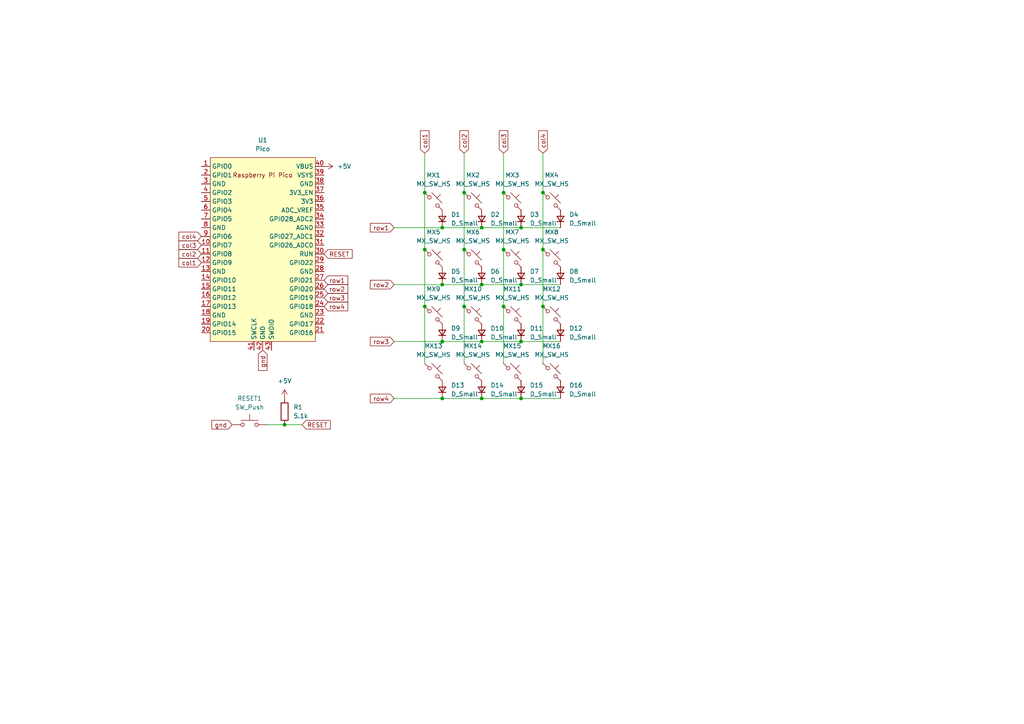
<source format=kicad_sch>
(kicad_sch (version 20231120) (generator "eeschema") (generator_version "8.0")
  (paper "A4")
  (lib_symbols
    (symbol "Device:D_Small" (pin_numbers hide) (pin_names (offset 0.254) hide)
      (property "Reference" "D" (at -1.27 2.032 0))
      (property "Value" "D_Small" (at -3.81 -2.032 0))
      (symbol "D_Small_0_1"
        (polyline (pts (xy -0.762 -1.016) (xy -0.762 1.016)) (stroke (width 0.254)))
        (polyline (pts (xy -0.762 0) (xy 0.762 0)))
        (polyline (pts (xy 0.762 -1.016) (xy -0.762 0) (xy 0.762 1.016) (xy 0.762 -1.016)) (stroke (width 0.254)))
      )
      (symbol "D_Small_1_1"
        (pin passive line (at -2.54 0 0) (length 1.778) (name "K") (number "1"))
        (pin passive line (at 2.54 0 180) (length 1.778) (name "A") (number "2"))
      )
    )
    (symbol "Device:R" (pin_numbers hide) (pin_names (offset 0))
      (property "Reference" "R" (at 2.032 0 90))
      (property "Value" "R" (at 0 0 90))
      (symbol "R_0_1"
        (rectangle (start -1.016 -2.54) (end 1.016 2.54) (stroke (width 0.254)))
      )
      (symbol "R_1_1"
        (pin passive line (at 0 3.81 270) (length 1.27) (name "~") (number "1"))
        (pin passive line (at 0 -3.81 90) (length 1.27) (name "~") (number "2"))
      )
    )
    (symbol "MCU_RaspberryPi_and_Boards:Pico"
      (property "Reference" "U" (at -13.97 27.94 0))
      (property "Value" "Pico" (at 0 19.05 0))
      (symbol "Pico_0_0"
        (text "Raspberry Pi Pico" (at 0 21.59 0) (effects (font (size 1.27 1.27))))
      )
      (symbol "Pico_0_1"
        (rectangle (start -15.24 26.67) (end 15.24 -26.67) (fill (type background)))
      )
      (symbol "Pico_1_1"
        (pin bidirectional line (at -17.78 24.13 0) (length 2.54) (name "GPIO0") (number "1"))
        (pin bidirectional line (at -17.78 1.27 0) (length 2.54) (name "GPIO7") (number "10"))
        (pin bidirectional line (at -17.78 -1.27 0) (length 2.54) (name "GPIO8") (number "11"))
        (pin bidirectional line (at -17.78 -3.81 0) (length 2.54) (name "GPIO9") (number "12"))
        (pin power_in line (at -17.78 -6.35 0) (length 2.54) (name "GND") (number "13"))
        (pin bidirectional line (at -17.78 -8.89 0) (length 2.54) (name "GPIO10") (number "14"))
        (pin bidirectional line (at -17.78 -11.43 0) (length 2.54) (name "GPIO11") (number "15"))
        (pin bidirectional line (at -17.78 -13.97 0) (length 2.54) (name "GPIO12") (number "16"))
        (pin bidirectional line (at -17.78 -16.51 0) (length 2.54) (name "GPIO13") (number "17"))
        (pin power_in line (at -17.78 -19.05 0) (length 2.54) (name "GND") (number "18"))
        (pin bidirectional line (at -17.78 -21.59 0) (length 2.54) (name "GPIO14") (number "19"))
        (pin bidirectional line (at -17.78 21.59 0) (length 2.54) (name "GPIO1") (number "2"))
        (pin bidirectional line (at -17.78 -24.13 0) (length 2.54) (name "GPIO15") (number "20"))
        (pin bidirectional line (at 17.78 -24.13 180) (length 2.54) (name "GPIO16") (number "21"))
        (pin bidirectional line (at 17.78 -21.59 180) (length 2.54) (name "GPIO17") (number "22"))
        (pin power_in line (at 17.78 -19.05 180) (length 2.54) (name "GND") (number "23"))
        (pin bidirectional line (at 17.78 -16.51 180) (length 2.54) (name "GPIO18") (number "24"))
        (pin bidirectional line (at 17.78 -13.97 180) (length 2.54) (name "GPIO19") (number "25"))
        (pin bidirectional line (at 17.78 -11.43 180) (length 2.54) (name "GPIO20") (number "26"))
        (pin bidirectional line (at 17.78 -8.89 180) (length 2.54) (name "GPIO21") (number "27"))
        (pin power_in line (at 17.78 -6.35 180) (length 2.54) (name "GND") (number "28"))
        (pin bidirectional line (at 17.78 -3.81 180) (length 2.54) (name "GPIO22") (number "29"))
        (pin power_in line (at -17.78 19.05 0) (length 2.54) (name "GND") (number "3"))
        (pin input line (at 17.78 -1.27 180) (length 2.54) (name "RUN") (number "30"))
        (pin bidirectional line (at 17.78 1.27 180) (length 2.54) (name "GPIO26_ADC0") (number "31"))
        (pin bidirectional line (at 17.78 3.81 180) (length 2.54) (name "GPIO27_ADC1") (number "32"))
        (pin power_in line (at 17.78 6.35 180) (length 2.54) (name "AGND") (number "33"))
        (pin bidirectional line (at 17.78 8.89 180) (length 2.54) (name "GPIO28_ADC2") (number "34"))
        (pin power_in line (at 17.78 11.43 180) (length 2.54) (name "ADC_VREF") (number "35"))
        (pin power_in line (at 17.78 13.97 180) (length 2.54) (name "3V3") (number "36"))
        (pin input line (at 17.78 16.51 180) (length 2.54) (name "3V3_EN") (number "37"))
        (pin bidirectional line (at 17.78 19.05 180) (length 2.54) (name "GND") (number "38"))
        (pin power_in line (at 17.78 21.59 180) (length 2.54) (name "VSYS") (number "39"))
        (pin bidirectional line (at -17.78 16.51 0) (length 2.54) (name "GPIO2") (number "4"))
        (pin power_in line (at 17.78 24.13 180) (length 2.54) (name "VBUS") (number "40"))
        (pin input line (at -2.54 -29.21 90) (length 2.54) (name "SWCLK") (number "41"))
        (pin power_in line (at 0 -29.21 90) (length 2.54) (name "GND") (number "42"))
        (pin bidirectional line (at 2.54 -29.21 90) (length 2.54) (name "SWDIO") (number "43"))
        (pin bidirectional line (at -17.78 13.97 0) (length 2.54) (name "GPIO3") (number "5"))
        (pin bidirectional line (at -17.78 11.43 0) (length 2.54) (name "GPIO4") (number "6"))
        (pin bidirectional line (at -17.78 8.89 0) (length 2.54) (name "GPIO5") (number "7"))
        (pin power_in line (at -17.78 6.35 0) (length 2.54) (name "GND") (number "8"))
        (pin bidirectional line (at -17.78 3.81 0) (length 2.54) (name "GPIO6") (number "9"))
      )
    )
    (symbol "MX:MX_SW_HS_KS-2P02B01-01" (pin_numbers hide) (pin_names (offset 1.016) hide)
      (property "Reference" "MX" (at 3.048 1.016 0))
      (property "Value" "MX_SW_HS" (at 0 -3.81 0))
      (symbol "MX_SW_HS_KS-2P02B01-01_0_1"
        (circle (center -1.1684 1.1684) (radius 0.508))
        (polyline (pts (xy -0.508 2.54) (xy 2.54 -0.508)))
        (polyline (pts (xy 1.016 1.016) (xy 2.032 2.032)))
        (polyline (pts (xy -2.54 2.54) (xy -1.524 1.524) (xy -1.524 1.524)))
        (polyline (pts (xy 1.524 -1.524) (xy 2.54 -2.54) (xy 2.54 -2.54) (xy 2.54 -2.54)))
        (circle (center 1.143 -1.1938) (radius 0.508))
        (pin passive line (at -2.54 2.54 0) (length 0) (name "1") (number "1"))
        (pin passive line (at 2.54 -2.54 180) (length 0) (name "2") (number "2"))
      )
    )
    (symbol "Switch:SW_Push" (pin_numbers hide) (pin_names (offset 1.016) hide)
      (property "Reference" "SW" (at 1.27 2.54 0))
      (property "Value" "SW_Push" (at 0 -1.524 0))
      (symbol "SW_Push_0_1"
        (circle (center -2.032 0) (radius 0.508))
        (polyline (pts (xy 0 1.27) (xy 0 3.048)))
        (polyline (pts (xy 2.54 1.27) (xy -2.54 1.27)))
        (circle (center 2.032 0) (radius 0.508))
        (pin passive line (at -5.08 0 0) (length 2.54) (name "1") (number "1"))
        (pin passive line (at 5.08 0 180) (length 2.54) (name "2") (number "2"))
      )
    )
    (symbol "power:+5V" (power) (pin_numbers hide) (pin_names (offset 0) hide)
      (property "Value" "+5V" (at 0 3.556 0))
      (symbol "+5V_0_1"
        (polyline (pts (xy -0.762 1.27) (xy 0 2.54)))
        (polyline (pts (xy 0 0) (xy 0 2.54)))
        (polyline (pts (xy 0 2.54) (xy 0.762 1.27)))
      )
      (symbol "+5V_1_1"
        (pin power_in line (at 0 0 90) (length 0) (name "~") (number "1"))
      )
    )
  )
  (junction (at 139.7 66.04))
  (junction (at 157.48 88.9))
  (junction (at 151.13 99.06))
  (junction (at 139.7 82.55))
  (junction (at 146.05 88.9))
  (junction (at 128.27 115.57))
  (junction (at 123.19 88.9))
  (junction (at 123.19 72.39))
  (junction (at 151.13 82.55))
  (junction (at 146.05 72.39))
  (junction (at 134.62 55.88))
  (junction (at 139.7 115.57))
  (junction (at 123.19 55.88))
  (junction (at 82.55 123.19))
  (junction (at 151.13 115.57))
  (junction (at 134.62 88.9))
  (junction (at 134.62 72.39))
  (junction (at 146.05 55.88))
  (junction (at 151.13 66.04))
  (junction (at 157.48 72.39))
  (junction (at 128.27 66.04))
  (junction (at 139.7 99.06))
  (junction (at 157.48 55.88))
  (junction (at 128.27 99.06))
  (junction (at 128.27 82.55))
  (wire (pts (xy 123.19 72.39) (xy 123.19 88.9)))
  (wire (pts (xy 139.7 82.55) (xy 151.13 82.55)))
  (wire (pts (xy 146.05 44.45) (xy 146.05 55.88)))
  (wire (pts (xy 151.13 82.55) (xy 162.56 82.55)))
  (wire (pts (xy 114.3 115.57) (xy 128.27 115.57)))
  (wire (pts (xy 134.62 55.88) (xy 134.62 72.39)))
  (wire (pts (xy 151.13 99.06) (xy 162.56 99.06)))
  (wire (pts (xy 139.7 115.57) (xy 151.13 115.57)))
  (wire (pts (xy 157.48 72.39) (xy 157.48 88.9)))
  (wire (pts (xy 146.05 72.39) (xy 146.05 88.9)))
  (wire (pts (xy 157.48 44.45) (xy 157.48 55.88)))
  (wire (pts (xy 123.19 44.45) (xy 123.19 55.88)))
  (wire (pts (xy 87.63 123.19) (xy 82.55 123.19)))
  (wire (pts (xy 139.7 66.04) (xy 151.13 66.04)))
  (wire (pts (xy 114.3 99.06) (xy 128.27 99.06)))
  (wire (pts (xy 151.13 115.57) (xy 162.56 115.57)))
  (wire (pts (xy 128.27 82.55) (xy 139.7 82.55)))
  (wire (pts (xy 151.13 66.04) (xy 162.56 66.04)))
  (wire (pts (xy 128.27 99.06) (xy 139.7 99.06)))
  (wire (pts (xy 146.05 55.88) (xy 146.05 72.39)))
  (wire (pts (xy 128.27 115.57) (xy 139.7 115.57)))
  (wire (pts (xy 134.62 72.39) (xy 134.62 88.9)))
  (wire (pts (xy 157.48 55.88) (xy 157.48 72.39)))
  (wire (pts (xy 82.55 123.19) (xy 77.47 123.19)))
  (wire (pts (xy 139.7 99.06) (xy 151.13 99.06)))
  (wire (pts (xy 114.3 82.55) (xy 128.27 82.55)))
  (wire (pts (xy 146.05 88.9) (xy 146.05 105.41)))
  (wire (pts (xy 128.27 66.04) (xy 139.7 66.04)))
  (wire (pts (xy 157.48 88.9) (xy 157.48 105.41)))
  (wire (pts (xy 123.19 55.88) (xy 123.19 72.39)))
  (wire (pts (xy 134.62 88.9) (xy 134.62 105.41)))
  (wire (pts (xy 134.62 44.45) (xy 134.62 55.88)))
  (wire (pts (xy 123.19 88.9) (xy 123.19 105.41)))
  (wire (pts (xy 114.3 66.04) (xy 128.27 66.04)))
  (global_label "row1" (shape input) (at 114.3 66.04 180) (property "Intersheetrefs" "${INTERSHEET_REFS}" (effects (hide yes))))
  (global_label "col3" (shape input) (at 58.42 71.12 180) (property "Intersheetrefs" "${INTERSHEET_REFS}" (effects (hide yes))))
  (global_label "RESET" (shape input) (at 93.98 73.66 0) (property "Intersheetrefs" "${INTERSHEET_REFS}" (effects (hide yes))))
  (global_label "col4" (shape input) (at 157.48 44.45 90) (property "Intersheetrefs" "${INTERSHEET_REFS}" (effects (hide yes))))
  (global_label "col1" (shape input) (at 58.42 76.2 180) (property "Intersheetrefs" "${INTERSHEET_REFS}" (effects (hide yes))))
  (global_label "row2" (shape input) (at 93.98 83.82 0) (property "Intersheetrefs" "${INTERSHEET_REFS}" (effects (hide yes))))
  (global_label "row4" (shape input) (at 93.98 88.9 0) (property "Intersheetrefs" "${INTERSHEET_REFS}" (effects (hide yes))))
  (global_label "gnd" (shape input) (at 67.31 123.19 180) (property "Intersheetrefs" "${INTERSHEET_REFS}" (effects (hide yes))))
  (global_label "row3" (shape input) (at 93.98 86.36 0) (property "Intersheetrefs" "${INTERSHEET_REFS}" (effects (hide yes))))
  (global_label "col2" (shape input) (at 58.42 73.66 180) (property "Intersheetrefs" "${INTERSHEET_REFS}" (effects (hide yes))))
  (global_label "row3" (shape input) (at 114.3 99.06 180) (property "Intersheetrefs" "${INTERSHEET_REFS}" (effects (hide yes))))
  (global_label "gnd" (shape input) (at 76.2 101.6 270) (property "Intersheetrefs" "${INTERSHEET_REFS}" (effects (hide yes))))
  (global_label "row4" (shape input) (at 114.3 115.57 180) (property "Intersheetrefs" "${INTERSHEET_REFS}" (effects (hide yes))))
  (global_label "col3" (shape input) (at 146.05 44.45 90) (property "Intersheetrefs" "${INTERSHEET_REFS}" (effects (hide yes))))
  (global_label "RESET" (shape input) (at 87.63 123.19 0) (property "Intersheetrefs" "${INTERSHEET_REFS}" (effects (hide yes))))
  (global_label "col4" (shape input) (at 58.42 68.58 180) (property "Intersheetrefs" "${INTERSHEET_REFS}" (effects (hide yes))))
  (global_label "row2" (shape input) (at 114.3 82.55 180) (property "Intersheetrefs" "${INTERSHEET_REFS}" (effects (hide yes))))
  (global_label "col2" (shape input) (at 134.62 44.45 90) (property "Intersheetrefs" "${INTERSHEET_REFS}" (effects (hide yes))))
  (global_label "row1" (shape input) (at 93.98 81.28 0) (property "Intersheetrefs" "${INTERSHEET_REFS}" (effects (hide yes))))
  (global_label "col1" (shape input) (at 123.19 44.45 90) (property "Intersheetrefs" "${INTERSHEET_REFS}" (effects (hide yes))))
  (symbol (lib_id "Device:D_Small") (at 151.13 113.03 90) (unit 1)
    (property "Reference" "D15" (at 153.67 111.7599 90) (effects (justify right)))
    (property "Value" "D_Small" (at 153.67 114.2999 90) (effects (justify right)))
    (property "Footprint" "Diode_SMD:D_SOD-123" (effects (hide yes)))
    (property "Description" "Diode, small symbol" (effects (hide yes)))
    (property "Sim.Device" "D" (effects (hide yes)))
    (property "Sim.Pins" "1=K 2=A" (effects (hide yes)))
  )
  (symbol (lib_id "MX:MX_SW_HS_KS-2P02B01-01") (at 148.59 58.42 0) (unit 1)
    (property "Reference" "MX3" (at 148.59 50.8 0))
    (property "Value" "MX_SW_HS" (at 148.59 53.34 0))
    (property "Footprint" "marbastlib-mx:SW_MX_HS_CPG151101S11_1u" (effects (hide yes)))
    (property "Description" "Push button switch, normally open, two pins, 45° tilted, Gateron KS-2P02B01-01 for Cherry MX style switches" (effects (hide yes)))
  )
  (symbol (lib_id "Device:D_Small") (at 139.7 63.5 90) (unit 1)
    (property "Reference" "D2" (at 142.24 62.2299 90) (effects (justify right)))
    (property "Value" "D_Small" (at 142.24 64.7699 90) (effects (justify right)))
    (property "Footprint" "Diode_SMD:D_SOD-123" (effects (hide yes)))
    (property "Description" "Diode, small symbol" (effects (hide yes)))
    (property "Sim.Device" "D" (effects (hide yes)))
    (property "Sim.Pins" "1=K 2=A" (effects (hide yes)))
  )
  (symbol (lib_id "Device:D_Small") (at 128.27 63.5 90) (unit 1)
    (property "Reference" "D1" (at 130.81 62.2299 90) (effects (justify right)))
    (property "Value" "D_Small" (at 130.81 64.7699 90) (effects (justify right)))
    (property "Footprint" "Diode_SMD:D_SOD-123" (effects (hide yes)))
    (property "Description" "Diode, small symbol" (effects (hide yes)))
    (property "Sim.Device" "D" (effects (hide yes)))
    (property "Sim.Pins" "1=K 2=A" (effects (hide yes)))
  )
  (symbol (lib_id "Switch:SW_Push") (at 72.39 123.19 0) (unit 1)
    (property "Reference" "RESET1" (at 72.39 115.57 0))
    (property "Value" "SW_Push" (at 72.39 118.11 0))
    (property "Footprint" "Button_Switch_SMD:SW_SPST_PTS645" (effects (hide yes)))
    (property "Description" "Push button switch, generic, two pins" (effects (hide yes)))
  )
  (symbol (lib_id "MX:MX_SW_HS_KS-2P02B01-01") (at 137.16 74.93 0) (unit 1)
    (property "Reference" "MX6" (at 137.16 67.31 0))
    (property "Value" "MX_SW_HS" (at 137.16 69.85 0))
    (property "Footprint" "marbastlib-mx:SW_MX_HS_CPG151101S11_1u" (effects (hide yes)))
    (property "Description" "Push button switch, normally open, two pins, 45° tilted, Gateron KS-2P02B01-01 for Cherry MX style switches" (effects (hide yes)))
  )
  (symbol (lib_id "MX:MX_SW_HS_KS-2P02B01-01") (at 137.16 91.44 0) (unit 1)
    (property "Reference" "MX10" (at 137.16 83.82 0))
    (property "Value" "MX_SW_HS" (at 137.16 86.36 0))
    (property "Footprint" "marbastlib-mx:SW_MX_HS_CPG151101S11_1u" (effects (hide yes)))
    (property "Description" "Push button switch, normally open, two pins, 45° tilted, Gateron KS-2P02B01-01 for Cherry MX style switches" (effects (hide yes)))
  )
  (symbol (lib_id "Device:D_Small") (at 139.7 96.52 90) (unit 1)
    (property "Reference" "D10" (at 142.24 95.2499 90) (effects (justify right)))
    (property "Value" "D_Small" (at 142.24 97.7899 90) (effects (justify right)))
    (property "Footprint" "Diode_SMD:D_SOD-123" (effects (hide yes)))
    (property "Description" "Diode, small symbol" (effects (hide yes)))
    (property "Sim.Device" "D" (effects (hide yes)))
    (property "Sim.Pins" "1=K 2=A" (effects (hide yes)))
  )
  (symbol (lib_id "MX:MX_SW_HS_KS-2P02B01-01") (at 148.59 74.93 0) (unit 1)
    (property "Reference" "MX7" (at 148.59 67.31 0))
    (property "Value" "MX_SW_HS" (at 148.59 69.85 0))
    (property "Footprint" "marbastlib-mx:SW_MX_HS_CPG151101S11_1u" (effects (hide yes)))
    (property "Description" "Push button switch, normally open, two pins, 45° tilted, Gateron KS-2P02B01-01 for Cherry MX style switches" (effects (hide yes)))
  )
  (symbol (lib_id "Device:D_Small") (at 162.56 80.01 90) (unit 1)
    (property "Reference" "D8" (at 165.1 78.7399 90) (effects (justify right)))
    (property "Value" "D_Small" (at 165.1 81.2799 90) (effects (justify right)))
    (property "Footprint" "Diode_SMD:D_SOD-123" (effects (hide yes)))
    (property "Description" "Diode, small symbol" (effects (hide yes)))
    (property "Sim.Device" "D" (effects (hide yes)))
    (property "Sim.Pins" "1=K 2=A" (effects (hide yes)))
  )
  (symbol (lib_id "MX:MX_SW_HS_KS-2P02B01-01") (at 160.02 91.44 0) (unit 1)
    (property "Reference" "MX12" (at 160.02 83.82 0))
    (property "Value" "MX_SW_HS" (at 160.02 86.36 0))
    (property "Footprint" "marbastlib-mx:SW_MX_HS_CPG151101S11_1u" (effects (hide yes)))
    (property "Description" "Push button switch, normally open, two pins, 45° tilted, Gateron KS-2P02B01-01 for Cherry MX style switches" (effects (hide yes)))
  )
  (symbol (lib_id "Device:R") (at 82.55 119.38 0) (unit 1)
    (property "Reference" "R1" (at 85.09 118.1099 0) (effects (justify left)))
    (property "Value" "5.1k" (at 85.09 120.6499 0) (effects (justify left)))
    (property "Footprint" "Resistor_SMD:R_0805_2012Metric_Pad1.20x1.40mm_HandSolder" (effects (hide yes)))
    (property "Description" "Resistor" (effects (hide yes)))
  )
  (symbol (lib_id "MX:MX_SW_HS_KS-2P02B01-01") (at 125.73 91.44 0) (unit 1)
    (property "Reference" "MX9" (at 125.73 83.82 0))
    (property "Value" "MX_SW_HS" (at 125.73 86.36 0))
    (property "Footprint" "marbastlib-mx:SW_MX_HS_CPG151101S11_1u" (effects (hide yes)))
    (property "Description" "Push button switch, normally open, two pins, 45° tilted, Gateron KS-2P02B01-01 for Cherry MX style switches" (effects (hide yes)))
  )
  (symbol (lib_id "MX:MX_SW_HS_KS-2P02B01-01") (at 148.59 91.44 0) (unit 1)
    (property "Reference" "MX11" (at 148.59 83.82 0))
    (property "Value" "MX_SW_HS" (at 148.59 86.36 0))
    (property "Footprint" "marbastlib-mx:SW_MX_HS_CPG151101S11_1u" (effects (hide yes)))
    (property "Description" "Push button switch, normally open, two pins, 45° tilted, Gateron KS-2P02B01-01 for Cherry MX style switches" (effects (hide yes)))
  )
  (symbol (lib_id "power:+5V") (at 82.55 115.57 0) (unit 1)
    (property "Reference" "#PWR01" (effects (hide yes)))
    (property "Value" "+5V" (at 82.55 110.49 0))
    (property "Description" "Power symbol creates a global label with name \"+5V\"" (effects (hide yes)))
  )
  (symbol (lib_id "MX:MX_SW_HS_KS-2P02B01-01") (at 125.73 107.95 0) (unit 1)
    (property "Reference" "MX13" (at 125.73 100.33 0))
    (property "Value" "MX_SW_HS" (at 125.73 102.87 0))
    (property "Footprint" "marbastlib-mx:SW_MX_HS_CPG151101S11_1u" (effects (hide yes)))
    (property "Description" "Push button switch, normally open, two pins, 45° tilted, Gateron KS-2P02B01-01 for Cherry MX style switches" (effects (hide yes)))
  )
  (symbol (lib_id "Device:D_Small") (at 139.7 113.03 90) (unit 1)
    (property "Reference" "D14" (at 142.24 111.7599 90) (effects (justify right)))
    (property "Value" "D_Small" (at 142.24 114.2999 90) (effects (justify right)))
    (property "Footprint" "Diode_SMD:D_SOD-123" (effects (hide yes)))
    (property "Description" "Diode, small symbol" (effects (hide yes)))
    (property "Sim.Device" "D" (effects (hide yes)))
    (property "Sim.Pins" "1=K 2=A" (effects (hide yes)))
  )
  (symbol (lib_id "Device:D_Small") (at 151.13 63.5 90) (unit 1)
    (property "Reference" "D3" (at 153.67 62.2299 90) (effects (justify right)))
    (property "Value" "D_Small" (at 153.67 64.7699 90) (effects (justify right)))
    (property "Footprint" "Diode_SMD:D_SOD-123" (effects (hide yes)))
    (property "Description" "Diode, small symbol" (effects (hide yes)))
    (property "Sim.Device" "D" (effects (hide yes)))
    (property "Sim.Pins" "1=K 2=A" (effects (hide yes)))
  )
  (symbol (lib_id "MX:MX_SW_HS_KS-2P02B01-01") (at 160.02 74.93 0) (unit 1)
    (property "Reference" "MX8" (at 160.02 67.31 0))
    (property "Value" "MX_SW_HS" (at 160.02 69.85 0))
    (property "Footprint" "marbastlib-mx:SW_MX_HS_CPG151101S11_1u" (effects (hide yes)))
    (property "Description" "Push button switch, normally open, two pins, 45° tilted, Gateron KS-2P02B01-01 for Cherry MX style switches" (effects (hide yes)))
  )
  (symbol (lib_id "MX:MX_SW_HS_KS-2P02B01-01") (at 160.02 58.42 0) (unit 1)
    (property "Reference" "MX4" (at 160.02 50.8 0))
    (property "Value" "MX_SW_HS" (at 160.02 53.34 0))
    (property "Footprint" "marbastlib-mx:SW_MX_HS_CPG151101S11_1u" (effects (hide yes)))
    (property "Description" "Push button switch, normally open, two pins, 45° tilted, Gateron KS-2P02B01-01 for Cherry MX style switches" (effects (hide yes)))
  )
  (symbol (lib_id "power:+5V") (at 93.98 48.26 270) (unit 1)
    (property "Reference" "#PWR02" (effects (hide yes)))
    (property "Value" "+5V" (at 97.79 48.2599 90) (effects (justify left)))
    (property "Description" "Power symbol creates a global label with name \"+5V\"" (effects (hide yes)))
  )
  (symbol (lib_id "MX:MX_SW_HS_KS-2P02B01-01") (at 137.16 58.42 0) (unit 1)
    (property "Reference" "MX2" (at 137.16 50.8 0))
    (property "Value" "MX_SW_HS" (at 137.16 53.34 0))
    (property "Footprint" "marbastlib-mx:SW_MX_HS_CPG151101S11_1u" (effects (hide yes)))
    (property "Description" "Push button switch, normally open, two pins, 45° tilted, Gateron KS-2P02B01-01 for Cherry MX style switches" (effects (hide yes)))
  )
  (symbol (lib_id "Device:D_Small") (at 128.27 113.03 90) (unit 1)
    (property "Reference" "D13" (at 130.81 111.7599 90) (effects (justify right)))
    (property "Value" "D_Small" (at 130.81 114.2999 90) (effects (justify right)))
    (property "Footprint" "Diode_SMD:D_SOD-123" (effects (hide yes)))
    (property "Description" "Diode, small symbol" (effects (hide yes)))
    (property "Sim.Device" "D" (effects (hide yes)))
    (property "Sim.Pins" "1=K 2=A" (effects (hide yes)))
  )
  (symbol (lib_id "Device:D_Small") (at 162.56 113.03 90) (unit 1)
    (property "Reference" "D16" (at 165.1 111.7599 90) (effects (justify right)))
    (property "Value" "D_Small" (at 165.1 114.2999 90) (effects (justify right)))
    (property "Footprint" "Diode_SMD:D_SOD-123" (effects (hide yes)))
    (property "Description" "Diode, small symbol" (effects (hide yes)))
    (property "Sim.Device" "D" (effects (hide yes)))
    (property "Sim.Pins" "1=K 2=A" (effects (hide yes)))
  )
  (symbol (lib_id "MX:MX_SW_HS_KS-2P02B01-01") (at 137.16 107.95 0) (unit 1)
    (property "Reference" "MX14" (at 137.16 100.33 0))
    (property "Value" "MX_SW_HS" (at 137.16 102.87 0))
    (property "Footprint" "marbastlib-mx:SW_MX_HS_CPG151101S11_1u" (effects (hide yes)))
    (property "Description" "Push button switch, normally open, two pins, 45° tilted, Gateron KS-2P02B01-01 for Cherry MX style switches" (effects (hide yes)))
  )
  (symbol (lib_id "Device:D_Small") (at 128.27 80.01 90) (unit 1)
    (property "Reference" "D5" (at 130.81 78.7399 90) (effects (justify right)))
    (property "Value" "D_Small" (at 130.81 81.2799 90) (effects (justify right)))
    (property "Footprint" "Diode_SMD:D_SOD-123" (effects (hide yes)))
    (property "Description" "Diode, small symbol" (effects (hide yes)))
    (property "Sim.Device" "D" (effects (hide yes)))
    (property "Sim.Pins" "1=K 2=A" (effects (hide yes)))
  )
  (symbol (lib_id "MX:MX_SW_HS_KS-2P02B01-01") (at 125.73 58.42 0) (unit 1)
    (property "Reference" "MX1" (at 125.73 50.8 0))
    (property "Value" "MX_SW_HS" (at 125.73 53.34 0))
    (property "Footprint" "marbastlib-mx:SW_MX_HS_CPG151101S11_1u" (effects (hide yes)))
    (property "Description" "Push button switch, normally open, two pins, 45° tilted, Gateron KS-2P02B01-01 for Cherry MX style switches" (effects (hide yes)))
  )
  (symbol (lib_id "Device:D_Small") (at 139.7 80.01 90) (unit 1)
    (property "Reference" "D6" (at 142.24 78.7399 90) (effects (justify right)))
    (property "Value" "D_Small" (at 142.24 81.2799 90) (effects (justify right)))
    (property "Footprint" "Diode_SMD:D_SOD-123" (effects (hide yes)))
    (property "Description" "Diode, small symbol" (effects (hide yes)))
    (property "Sim.Device" "D" (effects (hide yes)))
    (property "Sim.Pins" "1=K 2=A" (effects (hide yes)))
  )
  (symbol (lib_id "Device:D_Small") (at 151.13 96.52 90) (unit 1)
    (property "Reference" "D11" (at 153.67 95.2499 90) (effects (justify right)))
    (property "Value" "D_Small" (at 153.67 97.7899 90) (effects (justify right)))
    (property "Footprint" "Diode_SMD:D_SOD-123" (effects (hide yes)))
    (property "Description" "Diode, small symbol" (effects (hide yes)))
    (property "Sim.Device" "D" (effects (hide yes)))
    (property "Sim.Pins" "1=K 2=A" (effects (hide yes)))
  )
  (symbol (lib_id "Device:D_Small") (at 162.56 96.52 90) (unit 1)
    (property "Reference" "D12" (at 165.1 95.2499 90) (effects (justify right)))
    (property "Value" "D_Small" (at 165.1 97.7899 90) (effects (justify right)))
    (property "Footprint" "Diode_SMD:D_SOD-123" (effects (hide yes)))
    (property "Description" "Diode, small symbol" (effects (hide yes)))
    (property "Sim.Device" "D" (effects (hide yes)))
    (property "Sim.Pins" "1=K 2=A" (effects (hide yes)))
  )
  (symbol (lib_id "Device:D_Small") (at 151.13 80.01 90) (unit 1)
    (property "Reference" "D7" (at 153.67 78.7399 90) (effects (justify right)))
    (property "Value" "D_Small" (at 153.67 81.2799 90) (effects (justify right)))
    (property "Footprint" "Diode_SMD:D_SOD-123" (effects (hide yes)))
    (property "Description" "Diode, small symbol" (effects (hide yes)))
    (property "Sim.Device" "D" (effects (hide yes)))
    (property "Sim.Pins" "1=K 2=A" (effects (hide yes)))
  )
  (symbol (lib_id "MX:MX_SW_HS_KS-2P02B01-01") (at 148.59 107.95 0) (unit 1)
    (property "Reference" "MX15" (at 148.59 100.33 0))
    (property "Value" "MX_SW_HS" (at 148.59 102.87 0))
    (property "Footprint" "marbastlib-mx:SW_MX_HS_CPG151101S11_1u" (effects (hide yes)))
    (property "Description" "Push button switch, normally open, two pins, 45° tilted, Gateron KS-2P02B01-01 for Cherry MX style switches" (effects (hide yes)))
  )
  (symbol (lib_id "Device:D_Small") (at 162.56 63.5 90) (unit 1)
    (property "Reference" "D4" (at 165.1 62.2299 90) (effects (justify right)))
    (property "Value" "D_Small" (at 165.1 64.7699 90) (effects (justify right)))
    (property "Footprint" "Diode_SMD:D_SOD-123" (effects (hide yes)))
    (property "Description" "Diode, small symbol" (effects (hide yes)))
    (property "Sim.Device" "D" (effects (hide yes)))
    (property "Sim.Pins" "1=K 2=A" (effects (hide yes)))
  )
  (symbol (lib_id "MX:MX_SW_HS_KS-2P02B01-01") (at 125.73 74.93 0) (unit 1)
    (property "Reference" "MX5" (at 125.73 67.31 0))
    (property "Value" "MX_SW_HS" (at 125.73 69.85 0))
    (property "Footprint" "marbastlib-mx:SW_MX_HS_CPG151101S11_1u" (effects (hide yes)))
    (property "Description" "Push button switch, normally open, two pins, 45° tilted, Gateron KS-2P02B01-01 for Cherry MX style switches" (effects (hide yes)))
  )
  (symbol (lib_id "Device:D_Small") (at 128.27 96.52 90) (unit 1)
    (property "Reference" "D9" (at 130.81 95.2499 90) (effects (justify right)))
    (property "Value" "D_Small" (at 130.81 97.7899 90) (effects (justify right)))
    (property "Footprint" "Diode_SMD:D_SOD-123" (effects (hide yes)))
    (property "Description" "Diode, small symbol" (effects (hide yes)))
    (property "Sim.Device" "D" (effects (hide yes)))
    (property "Sim.Pins" "1=K 2=A" (effects (hide yes)))
  )
  (symbol (lib_id "MCU_RaspberryPi_and_Boards:Pico") (at 76.2 72.39 0) (unit 1)
    (property "Reference" "U1" (at 76.2 40.64 0))
    (property "Value" "Pico" (at 76.2 43.18 0))
    (property "Footprint" "MCU_RaspberryPi_and_Boards:RPi_Pico_SMD_TH" (effects (hide yes)))
  )
  (symbol (lib_id "MX:MX_SW_HS_KS-2P02B01-01") (at 160.02 107.95 0) (unit 1)
    (property "Reference" "MX16" (at 160.02 100.33 0))
    (property "Value" "MX_SW_HS" (at 160.02 102.87 0))
    (property "Footprint" "marbastlib-mx:SW_MX_HS_CPG151101S11_1u" (effects (hide yes)))
    (property "Description" "Push button switch, normally open, two pins, 45° tilted, Gateron KS-2P02B01-01 for Cherry MX style switches" (effects (hide yes)))
  )
)
</source>
